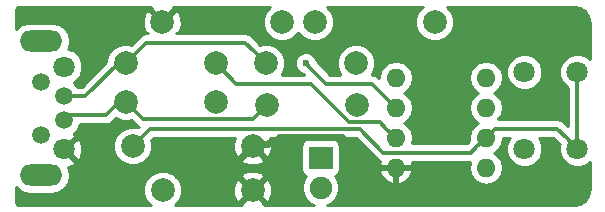
<source format=gtl>
G04 #@! TF.FileFunction,Copper,L1,Top,Signal*
%FSLAX46Y46*%
G04 Gerber Fmt 4.6, Leading zero omitted, Abs format (unit mm)*
G04 Created by KiCad (PCBNEW 4.0.2-stable) date Tue 01 Mar 2016 12:52:29 PM EST*
%MOMM*%
G01*
G04 APERTURE LIST*
%ADD10C,0.100000*%
%ADD11C,1.800000*%
%ADD12C,1.500000*%
%ADD13O,3.600000X1.800000*%
%ADD14O,1.600000X1.600000*%
%ADD15C,1.998980*%
%ADD16R,2.000000X1.900000*%
%ADD17C,1.900000*%
%ADD18C,0.600000*%
%ADD19C,0.300000*%
%ADD20C,0.254000*%
G04 APERTURE END LIST*
D10*
D11*
X104800000Y-85300000D03*
X104800000Y-92300000D03*
D12*
X104800000Y-87800000D03*
X104800000Y-89800000D03*
D13*
X102800000Y-83100000D03*
X102800000Y-94500000D03*
D12*
X102800000Y-86550000D03*
X102800000Y-91050000D03*
D14*
X140500000Y-93840000D03*
X140500000Y-91300000D03*
X140500000Y-88760000D03*
X140500000Y-86220000D03*
X132880000Y-86220000D03*
X132880000Y-88760000D03*
X132880000Y-91300000D03*
X132880000Y-93840000D03*
D15*
X120750000Y-95750000D03*
X113130000Y-95750000D03*
X122000000Y-88500000D03*
X129620000Y-88500000D03*
X121880000Y-85000000D03*
X129500000Y-85000000D03*
D16*
X126500000Y-93000000D03*
D17*
X126500000Y-95540000D03*
D15*
X110590000Y-92000000D03*
X120750000Y-92000000D03*
X113090000Y-81500000D03*
X123250000Y-81500000D03*
X117620000Y-88250000D03*
X110000000Y-88250000D03*
X117620000Y-85000000D03*
X110000000Y-85000000D03*
X126000000Y-81500000D03*
X136160000Y-81500000D03*
D11*
X143750000Y-85750000D03*
X143750000Y-92250000D03*
X148250000Y-85750000D03*
X148250000Y-92250000D03*
D18*
X125249994Y-85000000D03*
D19*
X120750000Y-92000000D02*
X122163492Y-92000000D01*
X131748630Y-93870000D02*
X132880000Y-93870000D01*
X122163492Y-92000000D02*
X123013980Y-91149512D01*
X131147667Y-93870000D02*
X131748630Y-93870000D01*
X123013980Y-91149512D02*
X128427179Y-91149512D01*
X128427179Y-91149512D02*
X131147667Y-93870000D01*
X132760000Y-93750000D02*
X132880000Y-93870000D01*
X122563493Y-91599999D02*
X120750000Y-92000000D01*
X104800000Y-89800000D02*
X105200000Y-89400000D01*
X108300000Y-89400000D02*
X109450000Y-88250000D01*
X105200000Y-89400000D02*
X108300000Y-89400000D01*
X109450000Y-88250000D02*
X110000000Y-88250000D01*
X120800509Y-89699491D02*
X121000511Y-89499489D01*
X110000000Y-88250000D02*
X111449491Y-89699491D01*
X111449491Y-89699491D02*
X120800509Y-89699491D01*
X121000511Y-89499489D02*
X122000000Y-88500000D01*
X104800000Y-87800000D02*
X106600000Y-87800000D01*
X106600000Y-87800000D02*
X109400000Y-85000000D01*
X109400000Y-85000000D02*
X110000000Y-85000000D01*
X110000000Y-85000000D02*
X111750000Y-83250000D01*
X111750000Y-83250000D02*
X120130000Y-83250000D01*
X120130000Y-83250000D02*
X120880511Y-84000511D01*
X120880511Y-84000511D02*
X121880000Y-85000000D01*
X110590000Y-92000000D02*
X112039491Y-90550509D01*
X112039491Y-90550509D02*
X121445757Y-90550509D01*
X121445757Y-90550509D02*
X121446765Y-90549501D01*
X121446765Y-90549501D02*
X129799501Y-90549501D01*
X129799501Y-90549501D02*
X131830001Y-92580001D01*
X131830001Y-92580001D02*
X139249999Y-92580001D01*
X139249999Y-92580001D02*
X139700001Y-92129999D01*
X139700001Y-92129999D02*
X140500000Y-91330000D01*
X140500000Y-91330000D02*
X141299999Y-90530001D01*
X141299999Y-90530001D02*
X146530001Y-90530001D01*
X146530001Y-90530001D02*
X147350001Y-91350001D01*
X147350001Y-91350001D02*
X148250000Y-92250000D01*
X148250000Y-85750000D02*
X148250000Y-87022792D01*
X148250000Y-87022792D02*
X148250000Y-92250000D01*
X125549993Y-85299999D02*
X125249994Y-85000000D01*
X126999994Y-86750000D02*
X125549993Y-85299999D01*
X130840000Y-86750000D02*
X126999994Y-86750000D01*
X132880000Y-88790000D02*
X130840000Y-86750000D01*
X132080001Y-90530001D02*
X132880000Y-91330000D01*
X117620000Y-85000000D02*
X119370000Y-86750000D01*
X131499491Y-89949491D02*
X132080001Y-90530001D01*
X125724752Y-86750000D02*
X128924243Y-89949491D01*
X128924243Y-89949491D02*
X131499491Y-89949491D01*
X119370000Y-86750000D02*
X125724752Y-86750000D01*
D20*
G36*
X109673453Y-89884206D02*
X110323694Y-89884774D01*
X110465870Y-89826028D01*
X110894412Y-90254570D01*
X111092749Y-90387093D01*
X111056100Y-90423742D01*
X110916547Y-90365794D01*
X110266306Y-90365226D01*
X109665345Y-90613538D01*
X109205154Y-91072927D01*
X108955794Y-91673453D01*
X108955226Y-92323694D01*
X109203538Y-92924655D01*
X109662927Y-93384846D01*
X110263453Y-93634206D01*
X110913694Y-93634774D01*
X111514655Y-93386462D01*
X111749363Y-93152163D01*
X119777443Y-93152163D01*
X119876042Y-93418965D01*
X120485582Y-93645401D01*
X121135377Y-93621341D01*
X121623958Y-93418965D01*
X121722557Y-93152163D01*
X120750000Y-92179605D01*
X119777443Y-93152163D01*
X111749363Y-93152163D01*
X111974846Y-92927073D01*
X112224206Y-92326547D01*
X112224774Y-91676306D01*
X112166028Y-91534130D01*
X112364649Y-91335509D01*
X119253221Y-91335509D01*
X119104599Y-91735582D01*
X119128659Y-92385377D01*
X119331035Y-92873958D01*
X119597837Y-92972557D01*
X120570395Y-92000000D01*
X120556252Y-91985858D01*
X120735858Y-91806253D01*
X120750000Y-91820395D01*
X120764143Y-91806253D01*
X120943748Y-91985858D01*
X120929605Y-92000000D01*
X121902163Y-92972557D01*
X122168965Y-92873958D01*
X122395401Y-92264418D01*
X122371341Y-91614623D01*
X122255311Y-91334501D01*
X129474343Y-91334501D01*
X131274922Y-93135080D01*
X131529595Y-93305246D01*
X131562320Y-93311756D01*
X131488096Y-93490961D01*
X131610085Y-93713000D01*
X132753000Y-93713000D01*
X132753000Y-93693000D01*
X133007000Y-93693000D01*
X133007000Y-93713000D01*
X134149915Y-93713000D01*
X134271904Y-93490961D01*
X134219733Y-93365001D01*
X139131370Y-93365001D01*
X139036887Y-93840000D01*
X139146120Y-94389151D01*
X139457189Y-94854698D01*
X139922736Y-95165767D01*
X140471887Y-95275000D01*
X140528113Y-95275000D01*
X141077264Y-95165767D01*
X141542811Y-94854698D01*
X141853880Y-94389151D01*
X141963113Y-93840000D01*
X141853880Y-93290849D01*
X141542811Y-92825302D01*
X141160725Y-92570000D01*
X141542811Y-92314698D01*
X141853880Y-91849151D01*
X141960129Y-91315001D01*
X142513918Y-91315001D01*
X142449449Y-91379357D01*
X142215267Y-91943330D01*
X142214735Y-92553991D01*
X142447932Y-93118371D01*
X142879357Y-93550551D01*
X143443330Y-93784733D01*
X144053991Y-93785265D01*
X144618371Y-93552068D01*
X145050551Y-93120643D01*
X145284733Y-92556670D01*
X145285265Y-91946009D01*
X145052068Y-91381629D01*
X144985556Y-91315001D01*
X146204843Y-91315001D01*
X146749861Y-91860019D01*
X146715267Y-91943330D01*
X146714735Y-92553991D01*
X146947932Y-93118371D01*
X147379357Y-93550551D01*
X147943330Y-93784733D01*
X148553991Y-93785265D01*
X149118371Y-93552068D01*
X149290000Y-93380739D01*
X149290000Y-95680069D01*
X149178953Y-96238340D01*
X148902333Y-96652331D01*
X148488338Y-96928954D01*
X147930069Y-97040000D01*
X127020274Y-97040000D01*
X127396657Y-96884481D01*
X127842914Y-96439003D01*
X128084724Y-95856659D01*
X128085275Y-95226107D01*
X127844481Y-94643343D01*
X127746971Y-94545663D01*
X127951441Y-94414090D01*
X128096431Y-94201890D01*
X128099033Y-94189039D01*
X131488096Y-94189039D01*
X131648959Y-94577423D01*
X132024866Y-94992389D01*
X132530959Y-95231914D01*
X132753000Y-95110629D01*
X132753000Y-93967000D01*
X133007000Y-93967000D01*
X133007000Y-95110629D01*
X133229041Y-95231914D01*
X133735134Y-94992389D01*
X134111041Y-94577423D01*
X134271904Y-94189039D01*
X134149915Y-93967000D01*
X133007000Y-93967000D01*
X132753000Y-93967000D01*
X131610085Y-93967000D01*
X131488096Y-94189039D01*
X128099033Y-94189039D01*
X128147440Y-93950000D01*
X128147440Y-92050000D01*
X128103162Y-91814683D01*
X127964090Y-91598559D01*
X127751890Y-91453569D01*
X127500000Y-91402560D01*
X125500000Y-91402560D01*
X125264683Y-91446838D01*
X125048559Y-91585910D01*
X124903569Y-91798110D01*
X124852560Y-92050000D01*
X124852560Y-93950000D01*
X124896838Y-94185317D01*
X125035910Y-94401441D01*
X125248110Y-94546431D01*
X125251192Y-94547055D01*
X125157086Y-94640997D01*
X124915276Y-95223341D01*
X124914725Y-95853893D01*
X125155519Y-96436657D01*
X125600997Y-96882914D01*
X125979303Y-97040000D01*
X121671618Y-97040000D01*
X121722557Y-96902163D01*
X120750000Y-95929605D01*
X119777443Y-96902163D01*
X119828382Y-97040000D01*
X114151285Y-97040000D01*
X114514846Y-96677073D01*
X114764206Y-96076547D01*
X114764722Y-95485582D01*
X119104599Y-95485582D01*
X119128659Y-96135377D01*
X119331035Y-96623958D01*
X119597837Y-96722557D01*
X120570395Y-95750000D01*
X120929605Y-95750000D01*
X121902163Y-96722557D01*
X122168965Y-96623958D01*
X122395401Y-96014418D01*
X122371341Y-95364623D01*
X122168965Y-94876042D01*
X121902163Y-94777443D01*
X120929605Y-95750000D01*
X120570395Y-95750000D01*
X119597837Y-94777443D01*
X119331035Y-94876042D01*
X119104599Y-95485582D01*
X114764722Y-95485582D01*
X114764774Y-95426306D01*
X114516462Y-94825345D01*
X114289351Y-94597837D01*
X119777443Y-94597837D01*
X120750000Y-95570395D01*
X121722557Y-94597837D01*
X121623958Y-94331035D01*
X121014418Y-94104599D01*
X120364623Y-94128659D01*
X119876042Y-94331035D01*
X119777443Y-94597837D01*
X114289351Y-94597837D01*
X114057073Y-94365154D01*
X113456547Y-94115794D01*
X112806306Y-94115226D01*
X112205345Y-94363538D01*
X111745154Y-94822927D01*
X111495794Y-95423453D01*
X111495226Y-96073694D01*
X111743538Y-96674655D01*
X112108246Y-97040000D01*
X101069930Y-97040000D01*
X100894345Y-97005074D01*
X100804774Y-96945225D01*
X100744926Y-96855655D01*
X100710000Y-96680070D01*
X100710000Y-95500272D01*
X100766887Y-95585409D01*
X101264877Y-95918155D01*
X101852296Y-96035000D01*
X103747704Y-96035000D01*
X104335123Y-95918155D01*
X104833113Y-95585409D01*
X105165859Y-95087419D01*
X105282704Y-94500000D01*
X105165859Y-93912581D01*
X105106330Y-93823490D01*
X105169460Y-93820839D01*
X105614148Y-93636643D01*
X105700554Y-93380159D01*
X104800000Y-92479605D01*
X104785858Y-92493748D01*
X104606253Y-92314143D01*
X104620395Y-92300000D01*
X104979605Y-92300000D01*
X105880159Y-93200554D01*
X106136643Y-93114148D01*
X106346458Y-92540664D01*
X106320839Y-91930540D01*
X106136643Y-91485852D01*
X105880159Y-91399446D01*
X104979605Y-92300000D01*
X104620395Y-92300000D01*
X104606253Y-92285858D01*
X104785858Y-92106253D01*
X104800000Y-92120395D01*
X105700554Y-91219841D01*
X105614148Y-90963357D01*
X105600142Y-90958233D01*
X105973461Y-90585564D01*
X106139790Y-90185000D01*
X108300000Y-90185000D01*
X108600407Y-90125245D01*
X108855079Y-89955079D01*
X109145272Y-89664886D01*
X109673453Y-89884206D01*
X109673453Y-89884206D01*
G37*
X109673453Y-89884206D02*
X110323694Y-89884774D01*
X110465870Y-89826028D01*
X110894412Y-90254570D01*
X111092749Y-90387093D01*
X111056100Y-90423742D01*
X110916547Y-90365794D01*
X110266306Y-90365226D01*
X109665345Y-90613538D01*
X109205154Y-91072927D01*
X108955794Y-91673453D01*
X108955226Y-92323694D01*
X109203538Y-92924655D01*
X109662927Y-93384846D01*
X110263453Y-93634206D01*
X110913694Y-93634774D01*
X111514655Y-93386462D01*
X111749363Y-93152163D01*
X119777443Y-93152163D01*
X119876042Y-93418965D01*
X120485582Y-93645401D01*
X121135377Y-93621341D01*
X121623958Y-93418965D01*
X121722557Y-93152163D01*
X120750000Y-92179605D01*
X119777443Y-93152163D01*
X111749363Y-93152163D01*
X111974846Y-92927073D01*
X112224206Y-92326547D01*
X112224774Y-91676306D01*
X112166028Y-91534130D01*
X112364649Y-91335509D01*
X119253221Y-91335509D01*
X119104599Y-91735582D01*
X119128659Y-92385377D01*
X119331035Y-92873958D01*
X119597837Y-92972557D01*
X120570395Y-92000000D01*
X120556252Y-91985858D01*
X120735858Y-91806253D01*
X120750000Y-91820395D01*
X120764143Y-91806253D01*
X120943748Y-91985858D01*
X120929605Y-92000000D01*
X121902163Y-92972557D01*
X122168965Y-92873958D01*
X122395401Y-92264418D01*
X122371341Y-91614623D01*
X122255311Y-91334501D01*
X129474343Y-91334501D01*
X131274922Y-93135080D01*
X131529595Y-93305246D01*
X131562320Y-93311756D01*
X131488096Y-93490961D01*
X131610085Y-93713000D01*
X132753000Y-93713000D01*
X132753000Y-93693000D01*
X133007000Y-93693000D01*
X133007000Y-93713000D01*
X134149915Y-93713000D01*
X134271904Y-93490961D01*
X134219733Y-93365001D01*
X139131370Y-93365001D01*
X139036887Y-93840000D01*
X139146120Y-94389151D01*
X139457189Y-94854698D01*
X139922736Y-95165767D01*
X140471887Y-95275000D01*
X140528113Y-95275000D01*
X141077264Y-95165767D01*
X141542811Y-94854698D01*
X141853880Y-94389151D01*
X141963113Y-93840000D01*
X141853880Y-93290849D01*
X141542811Y-92825302D01*
X141160725Y-92570000D01*
X141542811Y-92314698D01*
X141853880Y-91849151D01*
X141960129Y-91315001D01*
X142513918Y-91315001D01*
X142449449Y-91379357D01*
X142215267Y-91943330D01*
X142214735Y-92553991D01*
X142447932Y-93118371D01*
X142879357Y-93550551D01*
X143443330Y-93784733D01*
X144053991Y-93785265D01*
X144618371Y-93552068D01*
X145050551Y-93120643D01*
X145284733Y-92556670D01*
X145285265Y-91946009D01*
X145052068Y-91381629D01*
X144985556Y-91315001D01*
X146204843Y-91315001D01*
X146749861Y-91860019D01*
X146715267Y-91943330D01*
X146714735Y-92553991D01*
X146947932Y-93118371D01*
X147379357Y-93550551D01*
X147943330Y-93784733D01*
X148553991Y-93785265D01*
X149118371Y-93552068D01*
X149290000Y-93380739D01*
X149290000Y-95680069D01*
X149178953Y-96238340D01*
X148902333Y-96652331D01*
X148488338Y-96928954D01*
X147930069Y-97040000D01*
X127020274Y-97040000D01*
X127396657Y-96884481D01*
X127842914Y-96439003D01*
X128084724Y-95856659D01*
X128085275Y-95226107D01*
X127844481Y-94643343D01*
X127746971Y-94545663D01*
X127951441Y-94414090D01*
X128096431Y-94201890D01*
X128099033Y-94189039D01*
X131488096Y-94189039D01*
X131648959Y-94577423D01*
X132024866Y-94992389D01*
X132530959Y-95231914D01*
X132753000Y-95110629D01*
X132753000Y-93967000D01*
X133007000Y-93967000D01*
X133007000Y-95110629D01*
X133229041Y-95231914D01*
X133735134Y-94992389D01*
X134111041Y-94577423D01*
X134271904Y-94189039D01*
X134149915Y-93967000D01*
X133007000Y-93967000D01*
X132753000Y-93967000D01*
X131610085Y-93967000D01*
X131488096Y-94189039D01*
X128099033Y-94189039D01*
X128147440Y-93950000D01*
X128147440Y-92050000D01*
X128103162Y-91814683D01*
X127964090Y-91598559D01*
X127751890Y-91453569D01*
X127500000Y-91402560D01*
X125500000Y-91402560D01*
X125264683Y-91446838D01*
X125048559Y-91585910D01*
X124903569Y-91798110D01*
X124852560Y-92050000D01*
X124852560Y-93950000D01*
X124896838Y-94185317D01*
X125035910Y-94401441D01*
X125248110Y-94546431D01*
X125251192Y-94547055D01*
X125157086Y-94640997D01*
X124915276Y-95223341D01*
X124914725Y-95853893D01*
X125155519Y-96436657D01*
X125600997Y-96882914D01*
X125979303Y-97040000D01*
X121671618Y-97040000D01*
X121722557Y-96902163D01*
X120750000Y-95929605D01*
X119777443Y-96902163D01*
X119828382Y-97040000D01*
X114151285Y-97040000D01*
X114514846Y-96677073D01*
X114764206Y-96076547D01*
X114764722Y-95485582D01*
X119104599Y-95485582D01*
X119128659Y-96135377D01*
X119331035Y-96623958D01*
X119597837Y-96722557D01*
X120570395Y-95750000D01*
X120929605Y-95750000D01*
X121902163Y-96722557D01*
X122168965Y-96623958D01*
X122395401Y-96014418D01*
X122371341Y-95364623D01*
X122168965Y-94876042D01*
X121902163Y-94777443D01*
X120929605Y-95750000D01*
X120570395Y-95750000D01*
X119597837Y-94777443D01*
X119331035Y-94876042D01*
X119104599Y-95485582D01*
X114764722Y-95485582D01*
X114764774Y-95426306D01*
X114516462Y-94825345D01*
X114289351Y-94597837D01*
X119777443Y-94597837D01*
X120750000Y-95570395D01*
X121722557Y-94597837D01*
X121623958Y-94331035D01*
X121014418Y-94104599D01*
X120364623Y-94128659D01*
X119876042Y-94331035D01*
X119777443Y-94597837D01*
X114289351Y-94597837D01*
X114057073Y-94365154D01*
X113456547Y-94115794D01*
X112806306Y-94115226D01*
X112205345Y-94363538D01*
X111745154Y-94822927D01*
X111495794Y-95423453D01*
X111495226Y-96073694D01*
X111743538Y-96674655D01*
X112108246Y-97040000D01*
X101069930Y-97040000D01*
X100894345Y-97005074D01*
X100804774Y-96945225D01*
X100744926Y-96855655D01*
X100710000Y-96680070D01*
X100710000Y-95500272D01*
X100766887Y-95585409D01*
X101264877Y-95918155D01*
X101852296Y-96035000D01*
X103747704Y-96035000D01*
X104335123Y-95918155D01*
X104833113Y-95585409D01*
X105165859Y-95087419D01*
X105282704Y-94500000D01*
X105165859Y-93912581D01*
X105106330Y-93823490D01*
X105169460Y-93820839D01*
X105614148Y-93636643D01*
X105700554Y-93380159D01*
X104800000Y-92479605D01*
X104785858Y-92493748D01*
X104606253Y-92314143D01*
X104620395Y-92300000D01*
X104979605Y-92300000D01*
X105880159Y-93200554D01*
X106136643Y-93114148D01*
X106346458Y-92540664D01*
X106320839Y-91930540D01*
X106136643Y-91485852D01*
X105880159Y-91399446D01*
X104979605Y-92300000D01*
X104620395Y-92300000D01*
X104606253Y-92285858D01*
X104785858Y-92106253D01*
X104800000Y-92120395D01*
X105700554Y-91219841D01*
X105614148Y-90963357D01*
X105600142Y-90958233D01*
X105973461Y-90585564D01*
X106139790Y-90185000D01*
X108300000Y-90185000D01*
X108600407Y-90125245D01*
X108855079Y-89955079D01*
X109145272Y-89664886D01*
X109673453Y-89884206D01*
G36*
X112117443Y-80347837D02*
X113090000Y-81320395D01*
X114062557Y-80347837D01*
X114011618Y-80210000D01*
X122228715Y-80210000D01*
X121865154Y-80572927D01*
X121615794Y-81173453D01*
X121615226Y-81823694D01*
X121863538Y-82424655D01*
X122322927Y-82884846D01*
X122923453Y-83134206D01*
X123573694Y-83134774D01*
X124174655Y-82886462D01*
X124625382Y-82436520D01*
X125072927Y-82884846D01*
X125673453Y-83134206D01*
X126323694Y-83134774D01*
X126924655Y-82886462D01*
X127384846Y-82427073D01*
X127634206Y-81826547D01*
X127634774Y-81176306D01*
X127386462Y-80575345D01*
X127021754Y-80210000D01*
X135138715Y-80210000D01*
X134775154Y-80572927D01*
X134525794Y-81173453D01*
X134525226Y-81823694D01*
X134773538Y-82424655D01*
X135232927Y-82884846D01*
X135833453Y-83134206D01*
X136483694Y-83134774D01*
X137084655Y-82886462D01*
X137544846Y-82427073D01*
X137794206Y-81826547D01*
X137794774Y-81176306D01*
X137546462Y-80575345D01*
X137181754Y-80210000D01*
X147930069Y-80210000D01*
X148488338Y-80321046D01*
X148902333Y-80597669D01*
X149178953Y-81011660D01*
X149290000Y-81569931D01*
X149290000Y-84619102D01*
X149120643Y-84449449D01*
X148556670Y-84215267D01*
X147946009Y-84214735D01*
X147381629Y-84447932D01*
X146949449Y-84879357D01*
X146715267Y-85443330D01*
X146714735Y-86053991D01*
X146947932Y-86618371D01*
X147379357Y-87050551D01*
X147465000Y-87086113D01*
X147465000Y-90354842D01*
X147085080Y-89974922D01*
X146830408Y-89804756D01*
X146530001Y-89745001D01*
X141562654Y-89745001D01*
X141853880Y-89309151D01*
X141963113Y-88760000D01*
X141853880Y-88210849D01*
X141542811Y-87745302D01*
X141160725Y-87490000D01*
X141542811Y-87234698D01*
X141853880Y-86769151D01*
X141963113Y-86220000D01*
X141930092Y-86053991D01*
X142214735Y-86053991D01*
X142447932Y-86618371D01*
X142879357Y-87050551D01*
X143443330Y-87284733D01*
X144053991Y-87285265D01*
X144618371Y-87052068D01*
X145050551Y-86620643D01*
X145284733Y-86056670D01*
X145285265Y-85446009D01*
X145052068Y-84881629D01*
X144620643Y-84449449D01*
X144056670Y-84215267D01*
X143446009Y-84214735D01*
X142881629Y-84447932D01*
X142449449Y-84879357D01*
X142215267Y-85443330D01*
X142214735Y-86053991D01*
X141930092Y-86053991D01*
X141853880Y-85670849D01*
X141542811Y-85205302D01*
X141077264Y-84894233D01*
X140528113Y-84785000D01*
X140471887Y-84785000D01*
X139922736Y-84894233D01*
X139457189Y-85205302D01*
X139146120Y-85670849D01*
X139036887Y-86220000D01*
X139146120Y-86769151D01*
X139457189Y-87234698D01*
X139839275Y-87490000D01*
X139457189Y-87745302D01*
X139146120Y-88210849D01*
X139036887Y-88760000D01*
X139146120Y-89309151D01*
X139457189Y-89774698D01*
X139839275Y-90030000D01*
X139457189Y-90285302D01*
X139146120Y-90750849D01*
X139036887Y-91300000D01*
X139100423Y-91619419D01*
X138924841Y-91795001D01*
X134244651Y-91795001D01*
X134343113Y-91300000D01*
X134233880Y-90750849D01*
X133922811Y-90285302D01*
X133540725Y-90030000D01*
X133922811Y-89774698D01*
X134233880Y-89309151D01*
X134343113Y-88760000D01*
X134233880Y-88210849D01*
X133922811Y-87745302D01*
X133540725Y-87490000D01*
X133922811Y-87234698D01*
X134233880Y-86769151D01*
X134343113Y-86220000D01*
X134233880Y-85670849D01*
X133922811Y-85205302D01*
X133457264Y-84894233D01*
X132908113Y-84785000D01*
X132851887Y-84785000D01*
X132302736Y-84894233D01*
X131837189Y-85205302D01*
X131526120Y-85670849D01*
X131417430Y-86217272D01*
X131395079Y-86194921D01*
X131140407Y-86024755D01*
X130845714Y-85966137D01*
X130884846Y-85927073D01*
X131134206Y-85326547D01*
X131134774Y-84676306D01*
X130886462Y-84075345D01*
X130427073Y-83615154D01*
X129826547Y-83365794D01*
X129176306Y-83365226D01*
X128575345Y-83613538D01*
X128115154Y-84072927D01*
X127865794Y-84673453D01*
X127865226Y-85323694D01*
X128113538Y-85924655D01*
X128153813Y-85965000D01*
X127325152Y-85965000D01*
X126185147Y-84824995D01*
X126185156Y-84814833D01*
X126043111Y-84471057D01*
X125780321Y-84207808D01*
X125436793Y-84065162D01*
X125064827Y-84064838D01*
X124721051Y-84206883D01*
X124457802Y-84469673D01*
X124315156Y-84813201D01*
X124314832Y-85185167D01*
X124456877Y-85528943D01*
X124719667Y-85792192D01*
X125063195Y-85934838D01*
X125074684Y-85934848D01*
X125104836Y-85965000D01*
X123226853Y-85965000D01*
X123264846Y-85927073D01*
X123514206Y-85326547D01*
X123514774Y-84676306D01*
X123266462Y-84075345D01*
X122807073Y-83615154D01*
X122206547Y-83365794D01*
X121556306Y-83365226D01*
X121414130Y-83423972D01*
X120685079Y-82694921D01*
X120430407Y-82524755D01*
X120130000Y-82465000D01*
X114262612Y-82465000D01*
X114508965Y-82373958D01*
X114735401Y-81764418D01*
X114711341Y-81114623D01*
X114508965Y-80626042D01*
X114242163Y-80527443D01*
X113269605Y-81500000D01*
X113283748Y-81514142D01*
X113104142Y-81693748D01*
X113090000Y-81679605D01*
X113075858Y-81693748D01*
X112896252Y-81514142D01*
X112910395Y-81500000D01*
X111937837Y-80527443D01*
X111671035Y-80626042D01*
X111444599Y-81235582D01*
X111468659Y-81885377D01*
X111671035Y-82373958D01*
X111917388Y-82465000D01*
X111750000Y-82465000D01*
X111449594Y-82524755D01*
X111194921Y-82694921D01*
X110466100Y-83423742D01*
X110326547Y-83365794D01*
X109676306Y-83365226D01*
X109075345Y-83613538D01*
X108615154Y-84072927D01*
X108365794Y-84673453D01*
X108365575Y-84924267D01*
X106274842Y-87015000D01*
X105973349Y-87015000D01*
X105592451Y-86633438D01*
X105668371Y-86602068D01*
X106100551Y-86170643D01*
X106334733Y-85606670D01*
X106335265Y-84996009D01*
X106102068Y-84431629D01*
X105670643Y-83999449D01*
X105112285Y-83767598D01*
X105165859Y-83687419D01*
X105282704Y-83100000D01*
X105165859Y-82512581D01*
X104833113Y-82014591D01*
X104335123Y-81681845D01*
X103747704Y-81565000D01*
X101852296Y-81565000D01*
X101264877Y-81681845D01*
X100766887Y-82014591D01*
X100710000Y-82099728D01*
X100710000Y-80569930D01*
X100744926Y-80394345D01*
X100804774Y-80304775D01*
X100894345Y-80244926D01*
X101069930Y-80210000D01*
X112168382Y-80210000D01*
X112117443Y-80347837D01*
X112117443Y-80347837D01*
G37*
X112117443Y-80347837D02*
X113090000Y-81320395D01*
X114062557Y-80347837D01*
X114011618Y-80210000D01*
X122228715Y-80210000D01*
X121865154Y-80572927D01*
X121615794Y-81173453D01*
X121615226Y-81823694D01*
X121863538Y-82424655D01*
X122322927Y-82884846D01*
X122923453Y-83134206D01*
X123573694Y-83134774D01*
X124174655Y-82886462D01*
X124625382Y-82436520D01*
X125072927Y-82884846D01*
X125673453Y-83134206D01*
X126323694Y-83134774D01*
X126924655Y-82886462D01*
X127384846Y-82427073D01*
X127634206Y-81826547D01*
X127634774Y-81176306D01*
X127386462Y-80575345D01*
X127021754Y-80210000D01*
X135138715Y-80210000D01*
X134775154Y-80572927D01*
X134525794Y-81173453D01*
X134525226Y-81823694D01*
X134773538Y-82424655D01*
X135232927Y-82884846D01*
X135833453Y-83134206D01*
X136483694Y-83134774D01*
X137084655Y-82886462D01*
X137544846Y-82427073D01*
X137794206Y-81826547D01*
X137794774Y-81176306D01*
X137546462Y-80575345D01*
X137181754Y-80210000D01*
X147930069Y-80210000D01*
X148488338Y-80321046D01*
X148902333Y-80597669D01*
X149178953Y-81011660D01*
X149290000Y-81569931D01*
X149290000Y-84619102D01*
X149120643Y-84449449D01*
X148556670Y-84215267D01*
X147946009Y-84214735D01*
X147381629Y-84447932D01*
X146949449Y-84879357D01*
X146715267Y-85443330D01*
X146714735Y-86053991D01*
X146947932Y-86618371D01*
X147379357Y-87050551D01*
X147465000Y-87086113D01*
X147465000Y-90354842D01*
X147085080Y-89974922D01*
X146830408Y-89804756D01*
X146530001Y-89745001D01*
X141562654Y-89745001D01*
X141853880Y-89309151D01*
X141963113Y-88760000D01*
X141853880Y-88210849D01*
X141542811Y-87745302D01*
X141160725Y-87490000D01*
X141542811Y-87234698D01*
X141853880Y-86769151D01*
X141963113Y-86220000D01*
X141930092Y-86053991D01*
X142214735Y-86053991D01*
X142447932Y-86618371D01*
X142879357Y-87050551D01*
X143443330Y-87284733D01*
X144053991Y-87285265D01*
X144618371Y-87052068D01*
X145050551Y-86620643D01*
X145284733Y-86056670D01*
X145285265Y-85446009D01*
X145052068Y-84881629D01*
X144620643Y-84449449D01*
X144056670Y-84215267D01*
X143446009Y-84214735D01*
X142881629Y-84447932D01*
X142449449Y-84879357D01*
X142215267Y-85443330D01*
X142214735Y-86053991D01*
X141930092Y-86053991D01*
X141853880Y-85670849D01*
X141542811Y-85205302D01*
X141077264Y-84894233D01*
X140528113Y-84785000D01*
X140471887Y-84785000D01*
X139922736Y-84894233D01*
X139457189Y-85205302D01*
X139146120Y-85670849D01*
X139036887Y-86220000D01*
X139146120Y-86769151D01*
X139457189Y-87234698D01*
X139839275Y-87490000D01*
X139457189Y-87745302D01*
X139146120Y-88210849D01*
X139036887Y-88760000D01*
X139146120Y-89309151D01*
X139457189Y-89774698D01*
X139839275Y-90030000D01*
X139457189Y-90285302D01*
X139146120Y-90750849D01*
X139036887Y-91300000D01*
X139100423Y-91619419D01*
X138924841Y-91795001D01*
X134244651Y-91795001D01*
X134343113Y-91300000D01*
X134233880Y-90750849D01*
X133922811Y-90285302D01*
X133540725Y-90030000D01*
X133922811Y-89774698D01*
X134233880Y-89309151D01*
X134343113Y-88760000D01*
X134233880Y-88210849D01*
X133922811Y-87745302D01*
X133540725Y-87490000D01*
X133922811Y-87234698D01*
X134233880Y-86769151D01*
X134343113Y-86220000D01*
X134233880Y-85670849D01*
X133922811Y-85205302D01*
X133457264Y-84894233D01*
X132908113Y-84785000D01*
X132851887Y-84785000D01*
X132302736Y-84894233D01*
X131837189Y-85205302D01*
X131526120Y-85670849D01*
X131417430Y-86217272D01*
X131395079Y-86194921D01*
X131140407Y-86024755D01*
X130845714Y-85966137D01*
X130884846Y-85927073D01*
X131134206Y-85326547D01*
X131134774Y-84676306D01*
X130886462Y-84075345D01*
X130427073Y-83615154D01*
X129826547Y-83365794D01*
X129176306Y-83365226D01*
X128575345Y-83613538D01*
X128115154Y-84072927D01*
X127865794Y-84673453D01*
X127865226Y-85323694D01*
X128113538Y-85924655D01*
X128153813Y-85965000D01*
X127325152Y-85965000D01*
X126185147Y-84824995D01*
X126185156Y-84814833D01*
X126043111Y-84471057D01*
X125780321Y-84207808D01*
X125436793Y-84065162D01*
X125064827Y-84064838D01*
X124721051Y-84206883D01*
X124457802Y-84469673D01*
X124315156Y-84813201D01*
X124314832Y-85185167D01*
X124456877Y-85528943D01*
X124719667Y-85792192D01*
X125063195Y-85934838D01*
X125074684Y-85934848D01*
X125104836Y-85965000D01*
X123226853Y-85965000D01*
X123264846Y-85927073D01*
X123514206Y-85326547D01*
X123514774Y-84676306D01*
X123266462Y-84075345D01*
X122807073Y-83615154D01*
X122206547Y-83365794D01*
X121556306Y-83365226D01*
X121414130Y-83423972D01*
X120685079Y-82694921D01*
X120430407Y-82524755D01*
X120130000Y-82465000D01*
X114262612Y-82465000D01*
X114508965Y-82373958D01*
X114735401Y-81764418D01*
X114711341Y-81114623D01*
X114508965Y-80626042D01*
X114242163Y-80527443D01*
X113269605Y-81500000D01*
X113283748Y-81514142D01*
X113104142Y-81693748D01*
X113090000Y-81679605D01*
X113075858Y-81693748D01*
X112896252Y-81514142D01*
X112910395Y-81500000D01*
X111937837Y-80527443D01*
X111671035Y-80626042D01*
X111444599Y-81235582D01*
X111468659Y-81885377D01*
X111671035Y-82373958D01*
X111917388Y-82465000D01*
X111750000Y-82465000D01*
X111449594Y-82524755D01*
X111194921Y-82694921D01*
X110466100Y-83423742D01*
X110326547Y-83365794D01*
X109676306Y-83365226D01*
X109075345Y-83613538D01*
X108615154Y-84072927D01*
X108365794Y-84673453D01*
X108365575Y-84924267D01*
X106274842Y-87015000D01*
X105973349Y-87015000D01*
X105592451Y-86633438D01*
X105668371Y-86602068D01*
X106100551Y-86170643D01*
X106334733Y-85606670D01*
X106335265Y-84996009D01*
X106102068Y-84431629D01*
X105670643Y-83999449D01*
X105112285Y-83767598D01*
X105165859Y-83687419D01*
X105282704Y-83100000D01*
X105165859Y-82512581D01*
X104833113Y-82014591D01*
X104335123Y-81681845D01*
X103747704Y-81565000D01*
X101852296Y-81565000D01*
X101264877Y-81681845D01*
X100766887Y-82014591D01*
X100710000Y-82099728D01*
X100710000Y-80569930D01*
X100744926Y-80394345D01*
X100804774Y-80304775D01*
X100894345Y-80244926D01*
X101069930Y-80210000D01*
X112168382Y-80210000D01*
X112117443Y-80347837D01*
M02*

</source>
